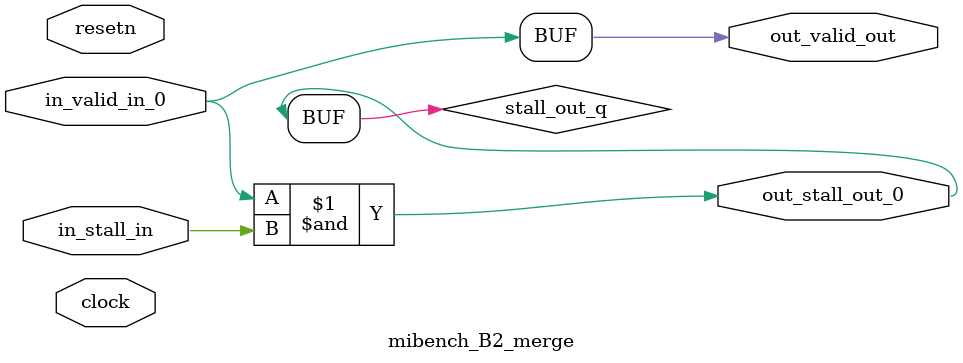
<source format=sv>



(* altera_attribute = "-name AUTO_SHIFT_REGISTER_RECOGNITION OFF; -name MESSAGE_DISABLE 10036; -name MESSAGE_DISABLE 10037; -name MESSAGE_DISABLE 14130; -name MESSAGE_DISABLE 14320; -name MESSAGE_DISABLE 15400; -name MESSAGE_DISABLE 14130; -name MESSAGE_DISABLE 10036; -name MESSAGE_DISABLE 12020; -name MESSAGE_DISABLE 12030; -name MESSAGE_DISABLE 12010; -name MESSAGE_DISABLE 12110; -name MESSAGE_DISABLE 14320; -name MESSAGE_DISABLE 13410; -name MESSAGE_DISABLE 113007; -name MESSAGE_DISABLE 10958" *)
module mibench_B2_merge (
    input wire [0:0] in_stall_in,
    input wire [0:0] in_valid_in_0,
    output wire [0:0] out_stall_out_0,
    output wire [0:0] out_valid_out,
    input wire clock,
    input wire resetn
    );

    wire [0:0] stall_out_q;


    // stall_out(LOGICAL,6)
    assign stall_out_q = in_valid_in_0 & in_stall_in;

    // out_stall_out_0(GPOUT,4)
    assign out_stall_out_0 = stall_out_q;

    // out_valid_out(GPOUT,5)
    assign out_valid_out = in_valid_in_0;

endmodule

</source>
